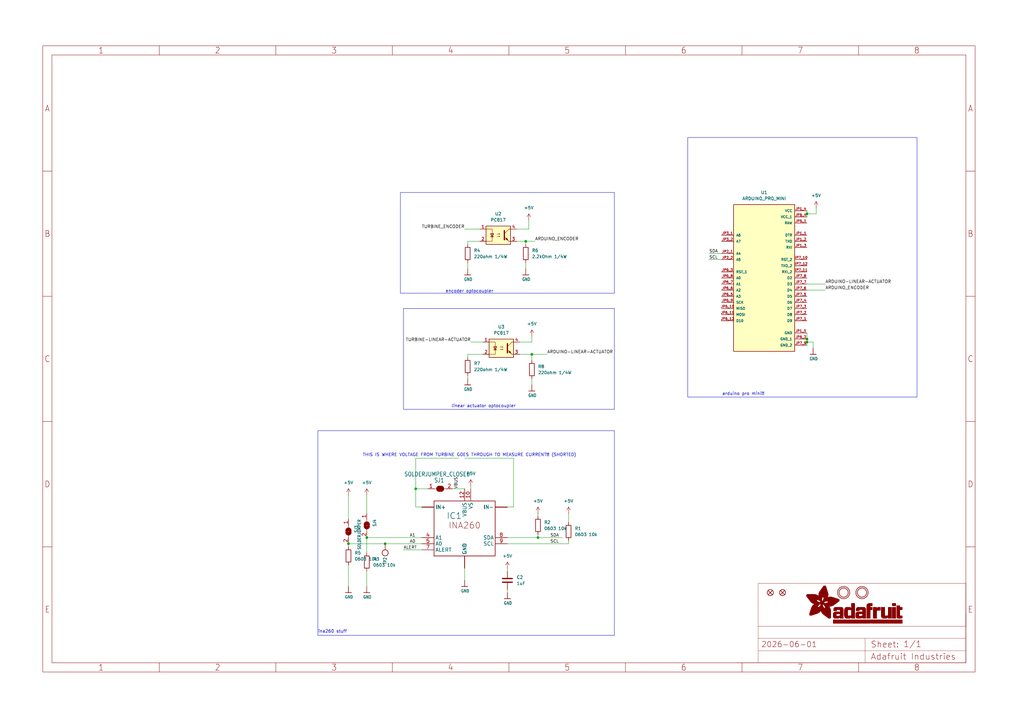
<source format=kicad_sch>
(kicad_sch (version 20250114) (generator "eeschema") (generator_version "9.0")
  (paper "User" 425.45 298.602)
  (lib_symbols
    (symbol "Device:C" (pin_numbers (hide yes)) (pin_names (offset 0.254))
      (property "Reference" "C" (at 0.635 2.54 0))
      (property "Value" "C" (at 0.635 -2.54 0))
      (symbol "C_1_1"
        (pin passive line (at 0 3.81 270) (length 2.794) (name "~") (number "1"))
        (pin passive line (at 0 -3.81 90) (length 2.794) (name "~") (number "2"))
      )
    )
    (symbol "Device:R" (pin_numbers (hide yes)) (pin_names (offset 0))
      (property "Reference" "R" (at 2.032 0 90))
      (property "Value" "R" (at 0 0 90))
      (symbol "R_1_1"
        (pin passive line (at 0 3.81 270) (length 1.27) (name "~") (number "1"))
        (pin passive line (at 0 -3.81 90) (length 1.27) (name "~") (number "2"))
      )
    )
    (symbol "Isolator:PC817" (pin_names (offset 1.016))
      (property "Reference" "U" (at -5.08 5.08 0))
      (property "Value" "PC817" (at 0 5.08 0))
      (symbol "PC817_1_1"
        (pin passive line (at -7.62 2.54 0) (length 2.54) (name "~") (number "1"))
        (pin passive line (at -7.62 -2.54 0) (length 2.54) (name "~") (number "2"))
        (pin passive line (at 7.62 2.54 180) (length 2.54) (name "~") (number "4"))
        (pin passive line (at 7.62 -2.54 180) (length 2.54) (name "~") (number "3"))
      )
    )
    (symbol "hswet26-eagle-import:FRAME_A3_ADAFRUIT"
      (symbol "FRAME_A3_ADAFRUIT_1_0"
        (text "A" (at 1.905 234.315 0) (effects (font (size 2.54 2.286))))
        (text "B" (at 1.905 182.245 0) (effects (font (size 2.54 2.286))))
        (text "C" (at 1.905 130.175 0) (effects (font (size 2.54 2.286))))
        (text "D" (at 1.905 78.105 0) (effects (font (size 2.54 2.286))))
        (text "E" (at 1.905 26.035 0) (effects (font (size 2.54 2.286))))
        (text "1" (at 24.2094 258.445 0) (effects (font (size 2.54 2.286))))
        (text "1" (at 24.2094 1.905 0) (effects (font (size 2.54 2.286))))
        (text "2" (at 72.6281 258.445 0) (effects (font (size 2.54 2.286))))
        (text "2" (at 72.6281 1.905 0) (effects (font (size 2.54 2.286))))
        (text "3" (at 121.0469 258.445 0) (effects (font (size 2.54 2.286))))
        (text "3" (at 121.0469 1.905 0) (effects (font (size 2.54 2.286))))
        (text "4" (at 169.4656 258.445 0) (effects (font (size 2.54 2.286))))
        (text "4" (at 169.4656 1.905 0) (effects (font (size 2.54 2.286))))
        (text "5" (at 217.8844 258.445 0) (effects (font (size 2.54 2.286))))
        (text "5" (at 217.8844 1.905 0) (effects (font (size 2.54 2.286))))
        (text "6" (at 266.3031 258.445 0) (effects (font (size 2.54 2.286))))
        (text "6" (at 266.3031 1.905 0) (effects (font (size 2.54 2.286))))
        (text "${PROJECTNAME}" (at 298.45 15.24 0) (effects (font (size 2.54 2.54)) (justify left bottom)))
        (text "${CURRENT_DATE}" (at 298.45 10.16 0) (effects (font (size 2.286 2.286)) (justify left bottom)))
        (text "7" (at 314.7219 258.445 0) (effects (font (size 2.54 2.286))))
        (text "7" (at 314.7219 1.905 0) (effects (font (size 2.54 2.286))))
        (text "Sheet:" (at 343.916 10.033 0) (effects (font (size 2.54 2.54)) (justify left bottom)))
        (text "Adafruit Industries" (at 343.916 4.953 0) (effects (font (size 2.54 2.54)) (justify left bottom)))
        (text "${#}/${##}" (at 357.505 10.16 0) (effects (font (size 2.54 2.54)) (justify left bottom)))
        (text "8" (at 363.1406 258.445 0) (effects (font (size 2.54 2.286))))
        (text "8" (at 363.1406 1.905 0) (effects (font (size 2.54 2.286))))
        (text "A" (at 385.445 234.315 0) (effects (font (size 2.54 2.286))))
        (text "B" (at 385.445 182.245 0) (effects (font (size 2.54 2.286))))
        (text "C" (at 385.445 130.175 0) (effects (font (size 2.54 2.286))))
        (text "D" (at 385.445 78.105 0) (effects (font (size 2.54 2.286))))
        (text "E" (at 385.445 26.035 0) (effects (font (size 2.54 2.286))))
      )
    )
    (symbol "hswet26-eagle-import:GND" (power)
      (symbol "GND_1_0"
        (pin power_in line (at 0 2.54 270) (length 2.54) (name "GND") (number "1"))
      )
    )
    (symbol "hswet26-eagle-import:INA260"
      (property "Reference" "IC" (at -12.7 12.7 0))
      (symbol "INA260_1_0"
        (text "INA260" (at 0 0 0) (effects (font (size 2.54 2.54))))
        (pin bidirectional line (at -17.78 7.62 0) (length 5.08) (name "IN+") (number "1"))
        (pin bidirectional line (at -17.78 7.62 0) (length 5.08) (name "IN+") (number "2"))
        (pin bidirectional line (at -17.78 7.62 0) (length 5.08) (name "IN+") (number "3"))
        (pin input line (at -17.78 -5.08 0) (length 5.08) (name "A1") (number "4"))
        (pin input line (at -17.78 -7.62 0) (length 5.08) (name "A0") (number "5"))
        (pin output line (at -17.78 -10.16 0) (length 5.08) (name "ALERT") (number "7"))
        (pin power_in line (at 0 15.24 270) (length 5.08) (name "VBUS") (number "12"))
        (pin power_in line (at 0 -17.78 90) (length 5.08) (name "GND") (number "11"))
        (pin power_in line (at 0 -17.78 90) (length 5.08) (name "GND") (number "13"))
        (pin power_in line (at 0 -17.78 90) (length 5.08) (name "GND") (number "6"))
        (pin power_in line (at 2.54 15.24 270) (length 5.08) (name "VS") (number "10"))
        (pin bidirectional line (at 17.78 7.62 180) (length 5.08) (name "IN-") (number "14"))
        (pin bidirectional line (at 17.78 7.62 180) (length 5.08) (name "IN-") (number "15"))
        (pin bidirectional line (at 17.78 7.62 180) (length 5.08) (name "IN-") (number "16"))
        (pin bidirectional line (at 17.78 -5.08 180) (length 5.08) (name "SDA") (number "8"))
        (pin bidirectional line (at 17.78 -7.62 180) (length 5.08) (name "SCL") (number "9"))
      )
    )
    (symbol "hswet26-eagle-import:MICROBUILDER_FIDUCIAL{dblquote}{dblquote}")
    (symbol "hswet26-eagle-import:MOUNTINGHOLE2.5")
    (symbol "hswet26-eagle-import:SOLDERJUMPER"
      (property "Reference" "SJ" (at -2.54 2.54 0))
      (symbol "SOLDERJUMPER_1_0"
        (pin passive line (at -5.08 0 0) (length 2.54) (name "1") (number "1"))
        (pin passive line (at 5.08 0 180) (length 2.54) (name "2") (number "2"))
      )
    )
    (symbol "hswet26-eagle-import:SOLDERJUMPER_CLOSED"
      (property "Reference" "SJ" (at -2.54 2.54 0))
      (symbol "SOLDERJUMPER_CLOSED_1_0"
        (pin passive line (at -5.08 0 0) (length 2.54) (name "1") (number "1"))
        (pin passive line (at 5.08 0 180) (length 2.54) (name "2") (number "2"))
      )
    )
    (symbol "hswet26-eagle-import:TESTPOINTROUND1.5MM"
      (property "Reference" "TP" (at 0 5.588 90))
      (symbol "TESTPOINTROUND1.5MM_1_0"
        (pin bidirectional line (at 0 0 90) (length 2.54) (name "P$1") (number "P$1"))
      )
    )
    (symbol "power:+5V" (power) (pin_numbers (hide yes)) (pin_names (offset 0) (hide yes))
      (property "Value" "+5V" (at 0 3.556 0))
      (symbol "+5V_1_1"
        (pin power_in line (at 0 0 90) (length 0) (name "~") (number "1"))
      )
    )
    (symbol "promini:ARDUINO_PRO_MINI" (pin_names (offset 1.016))
      (property "Reference" "U" (at -12.7 31.75 0))
      (property "Value" "ARDUINO_PRO_MINI" (at -12.7 -33.02 0))
      (symbol "ARDUINO_PRO_MINI_0_0"
        (pin input line (at -17.78 17.78 0) (length 5.08) (name "A6") (number "JP3_1"))
        (pin input line (at -17.78 15.24 0) (length 5.08) (name "A7") (number "JP3_2"))
        (pin bidirectional line (at -17.78 10.16 0) (length 5.08) (name "A4") (number "JP2_1"))
        (pin bidirectional line (at -17.78 7.62 0) (length 5.08) (name "A5") (number "JP2_2"))
        (pin input line (at -17.78 2.54 0) (length 5.08) (name "RST_1") (number "JP6_3"))
        (pin bidirectional line (at -17.78 0 0) (length 5.08) (name "A0") (number "JP6_8"))
        (pin bidirectional line (at -17.78 -2.54 0) (length 5.08) (name "A1") (number "JP6_7"))
        (pin bidirectional line (at -17.78 -5.08 0) (length 5.08) (name "A2") (number "JP6_6"))
        (pin bidirectional line (at -17.78 -7.62 0) (length 5.08) (name "A3") (number "JP6_5"))
        (pin bidirectional line (at -17.78 -10.16 0) (length 5.08) (name "SCK") (number "JP6_9"))
        (pin bidirectional line (at -17.78 -12.7 0) (length 5.08) (name "MISO") (number "JP6_10"))
        (pin bidirectional line (at -17.78 -15.24 0) (length 5.08) (name "MOSI") (number "JP6_11"))
        (pin bidirectional line (at -17.78 -17.78 0) (length 5.08) (name "D10") (number "JP6_12"))
        (pin power_in line (at 17.78 27.94 180) (length 5.08) (name "VCC") (number "JP1_4"))
        (pin power_in line (at 17.78 25.4 180) (length 5.08) (name "VCC_1") (number "JP6_4"))
        (pin power_in line (at 17.78 22.86 180) (length 5.08) (name "RAW") (number "JP6_1"))
        (pin input line (at 17.78 17.78 180) (length 5.08) (name "DTR") (number "JP1_1"))
        (pin bidirectional line (at 17.78 15.24 180) (length 5.08) (name "TXO") (number "JP1_2"))
        (pin bidirectional line (at 17.78 12.7 180) (length 5.08) (name "RXI") (number "JP1_3"))
        (pin input line (at 17.78 7.62 180) (length 5.08) (name "RST_2") (number "JP7_10"))
        (pin bidirectional line (at 17.78 5.08 180) (length 5.08) (name "TXO_2") (number "JP7_12"))
        (pin bidirectional line (at 17.78 2.54 180) (length 5.08) (name "RXI_2") (number "JP7_11"))
        (pin bidirectional line (at 17.78 0 180) (length 5.08) (name "D2") (number "JP7_8"))
        (pin bidirectional line (at 17.78 -2.54 180) (length 5.08) (name "D3") (number "JP7_7"))
        (pin bidirectional line (at 17.78 -5.08 180) (length 5.08) (name "D4") (number "JP7_6"))
        (pin bidirectional line (at 17.78 -7.62 180) (length 5.08) (name "D5") (number "JP7_5"))
        (pin bidirectional line (at 17.78 -10.16 180) (length 5.08) (name "D6") (number "JP7_4"))
        (pin bidirectional line (at 17.78 -12.7 180) (length 5.08) (name "D7") (number "JP7_3"))
        (pin bidirectional line (at 17.78 -15.24 180) (length 5.08) (name "D8") (number "JP7_2"))
        (pin bidirectional line (at 17.78 -17.78 180) (length 5.08) (name "D9") (number "JP7_1"))
        (pin power_in line (at 17.78 -22.86 180) (length 5.08) (name "GND") (number "JP1_5"))
        (pin power_in line (at 17.78 -22.86 180) (length 5.08) (hide yes) (name "GND") (number "JP1_6"))
        (pin power_in line (at 17.78 -25.4 180) (length 5.08) (name "GND_1") (number "JP6_2"))
        (pin power_in line (at 17.78 -27.94 180) (length 5.08) (name "GND_2") (number "JP7_9"))
      )
    )
  )
  (rectangle (start 167.64 128.27) (end 255.27 170.18))
  (rectangle (start 132.08 179.07) (end 255.27 264.16))
  (rectangle (start 166.37 80.01) (end 255.27 121.92))
  (rectangle (start 285.75 57.15) (end 381 165.1))
  (text "ina260 stuff\n" (at 138.176 262.636 0) (effects (font (size 1.27 1.27))))
  (text "THIS IS WHERE VOLTAGE FROM TURBINE GOES THROUGH TO MEASURE CURRENT!! (SHORTED)" (at 195.072 189.23 0) (effects (font (size 1.27 1.27))))
  (text "encoder optocoupler" (at 195.072 121.158 0) (effects (font (size 1.27 1.27))))
  (text "linear actuator optocoupler" (at 200.914 168.91 0) (effects (font (size 1.27 1.27))))
  (text "arduino pro mini!!" (at 308.864 163.83 0) (effects (font (size 1.27 1.27))))
  (junction (at 152.4 223.52))
  (junction (at 335.28 140.97))
  (junction (at 220.98 147.32))
  (junction (at 144.78 226.06))
  (junction (at 223.52 223.52))
  (junction (at 335.28 142.24))
  (junction (at 335.28 88.9))
  (junction (at 160.02 226.06))
  (junction (at 172.72 203.2))
  (junction (at 218.44 100.33))
  (wire (pts (xy 193.04 190.5) (xy 213.36 190.5)) (stroke (width 0.1524)))
  (wire (pts (xy 172.72 203.2) (xy 172.72 190.5)) (stroke (width 0.1524)))
  (wire (pts (xy 223.52 222.25) (xy 223.52 223.52)))
  (wire (pts (xy 219.71 95.25) (xy 219.71 91.44)))
  (wire (pts (xy 294.64 107.95) (xy 299.72 107.95)))
  (wire (pts (xy 152.4 223.52) (xy 152.4 229.87)) (stroke (width 0.1524)))
  (wire (pts (xy 175.26 228.6) (xy 167.64 228.6)) (stroke (width 0.1524)))
  (wire (pts (xy 236.22 224.79) (xy 236.22 226.06)))
  (wire (pts (xy 194.31 109.22) (xy 194.31 111.76)))
  (wire (pts (xy 200.66 147.32) (xy 194.31 147.32)))
  (wire (pts (xy 335.28 140.97) (xy 335.28 142.24)))
  (wire (pts (xy 160.02 226.06) (xy 144.78 226.06)) (stroke (width 0.1524)))
  (wire (pts (xy 193.04 95.25) (xy 199.39 95.25)))
  (wire (pts (xy 339.09 88.9) (xy 335.28 88.9)))
  (wire (pts (xy 218.44 100.33) (xy 218.44 101.6)))
  (wire (pts (xy 220.98 147.32) (xy 227.33 147.32)))
  (wire (pts (xy 220.98 157.48) (xy 220.98 160.02)))
  (wire (pts (xy 210.82 223.52) (xy 223.52 223.52)) (stroke (width 0.1524)))
  (wire (pts (xy 335.28 120.65) (xy 342.9 120.65)))
  (wire (pts (xy 220.98 147.32) (xy 220.98 149.86)))
  (wire (pts (xy 193.04 236.22) (xy 193.04 241.3)) (stroke (width 0.1524)))
  (wire (pts (xy 335.28 87.63) (xy 335.28 88.9)))
  (wire (pts (xy 236.22 213.36) (xy 236.22 217.17)) (stroke (width 0.1524)))
  (wire (pts (xy 175.26 210.82) (xy 172.72 210.82)) (stroke (width 0.1524)))
  (wire (pts (xy 335.28 118.11) (xy 342.9 118.11)))
  (wire (pts (xy 144.78 226.06) (xy 144.78 227.33)))
  (wire (pts (xy 294.64 105.41) (xy 299.72 105.41)))
  (wire (pts (xy 223.52 213.36) (xy 223.52 214.63)))
  (wire (pts (xy 144.78 234.95) (xy 144.78 243.84)))
  (wire (pts (xy 152.4 205.74) (xy 152.4 213.36)) (stroke (width 0.1524)))
  (wire (pts (xy 195.58 142.24) (xy 200.66 142.24)))
  (wire (pts (xy 199.39 100.33) (xy 194.31 100.33)))
  (wire (pts (xy 175.26 226.06) (xy 160.02 226.06)) (stroke (width 0.1524)))
  (wire (pts (xy 218.44 100.33) (xy 222.25 100.33)))
  (wire (pts (xy 335.28 138.43) (xy 335.28 140.97)))
  (wire (pts (xy 194.31 100.33) (xy 194.31 101.6)))
  (wire (pts (xy 152.4 237.49) (xy 152.4 243.84)) (stroke (width 0.1524)))
  (wire (pts (xy 335.28 88.9) (xy 335.28 90.17)))
  (wire (pts (xy 220.98 142.24) (xy 220.98 139.7)))
  (wire (pts (xy 213.36 210.82) (xy 213.36 190.5)) (stroke (width 0.1524)))
  (wire (pts (xy 177.8 203.2) (xy 172.72 203.2)) (stroke (width 0.1524)))
  (wire (pts (xy 152.4 223.52) (xy 175.26 223.52)) (stroke (width 0.1524)))
  (wire (pts (xy 210.82 245.11) (xy 210.82 246.38)))
  (wire (pts (xy 214.63 100.33) (xy 218.44 100.33)))
  (wire (pts (xy 144.78 205.74) (xy 144.78 215.9)) (stroke (width 0.1524)))
  (wire (pts (xy 210.82 236.22) (xy 210.82 237.49)))
  (wire (pts (xy 223.52 223.52) (xy 233.68 223.52)) (stroke (width 0.1524)))
  (wire (pts (xy 337.82 142.24) (xy 335.28 142.24)))
  (wire (pts (xy 190.5 190.5) (xy 172.72 190.5)) (stroke (width 0.1524)))
  (wire (pts (xy 215.9 147.32) (xy 220.98 147.32)))
  (wire (pts (xy 210.82 226.06) (xy 236.22 226.06)) (stroke (width 0.1524)))
  (wire (pts (xy 339.09 86.36) (xy 339.09 88.9)))
  (wire (pts (xy 214.63 95.25) (xy 219.71 95.25)))
  (wire (pts (xy 218.44 109.22) (xy 218.44 111.76)))
  (wire (pts (xy 210.82 210.82) (xy 213.36 210.82)) (stroke (width 0.1524)))
  (wire (pts (xy 172.72 210.82) (xy 172.72 203.2)) (stroke (width 0.1524)))
  (wire (pts (xy 215.9 142.24) (xy 220.98 142.24)))
  (wire (pts (xy 193.04 203.2) (xy 187.96 203.2)) (stroke (width 0.1524)))
  (wire (pts (xy 337.82 144.78) (xy 337.82 142.24)))
  (wire (pts (xy 194.31 147.32) (xy 194.31 148.59)))
  (wire (pts (xy 195.58 201.93) (xy 195.58 203.2)))
  (wire (pts (xy 194.31 156.21) (xy 194.31 157.48)))
  (wire (pts (xy 335.28 142.24) (xy 335.28 143.51)))
  (label "ARDUINO-LINEAR-ACTUATOR" (at 227.33 147.32 0))
  (label "A1" (at 170.18 223.52 0) (effects (font (size 1.2446 1.2446))))
  (label "SDA" (at 294.64 105.41 0) (effects (font (size 1.2446 1.2446))))
  (label "ALERT" (at 167.64 228.6 0) (effects (font (size 1.2446 1.2446))))
  (label "TURBINE-LINEAR-ACTUATOR" (at 195.58 142.24 180))
  (label "ARDUINO_ENCODER" (at 342.9 120.65 0))
  (label "ARDUINO_ENCODER" (at 222.25 100.33 0))
  (label "A0" (at 170.18 226.06 0) (effects (font (size 1.2446 1.2446))))
  (label "SCL" (at 228.6 226.06 0) (effects (font (size 1.2446 1.2446))))
  (label "VBUS" (at 190.5 203.2 90) (effects (font (size 1.2446 1.2446))))
  (label "TURBINE_ENCODER" (at 193.04 95.25 180))
  (label "ARDUINO-LINEAR-ACTUATOR" (at 342.9 118.11 0))
  (label "SDA" (at 228.6 223.52 0) (effects (font (size 1.2446 1.2446))))
  (label "SCL" (at 294.64 107.95 0) (effects (font (size 1.2446 1.2446))))
  (symbol (lib_id "hswet26-eagle-import:SOLDERJUMPER") (at 144.78 220.98 270) (unit 1)
    (property "Reference" "SJ3" (at 147.32 218.44 0) (effects (font (size 1.27 1.0795)) (justify left bottom)))
    (property "Value" "SOLDERJUMPER" (effects (hide yes)))
    (property "Footprint" "hswet26:SOLDERJUMPER_ARROW_NOPASTE" (effects (hide yes)))
  )
  (symbol (lib_id "Device:R") (at 144.78 231.14 0) (unit 1)
    (property "Reference" "R5" (at 147.32 229.8699 0) (effects (justify left)))
    (property "Value" "0603 10k" (at 147.32 232.4099 0) (effects (justify left)))
    (property "Footprint" "Resistor_SMD:R_0603_1608Metric" (effects (hide yes)))
    (property "Description" "Resistor" (effects (hide yes)))
  )
  (symbol (lib_id "power:+5V") (at 152.4 205.74 0) (unit 1)
    (property "Reference" "#PWR05" (effects (hide yes)))
    (property "Value" "+5V" (at 152.4 200.66 0))
    (property "Description" "Power symbol creates a global label with name \"+5V\"" (effects (hide yes)))
  )
  (symbol (lib_id "Device:R") (at 236.22 220.98 0) (unit 1)
    (property "Reference" "R1" (at 238.76 219.7099 0) (effects (justify left)))
    (property "Value" "0603 10k" (at 238.76 222.2499 0) (effects (justify left)))
    (property "Footprint" "Resistor_SMD:R_0603_1608Metric" (effects (hide yes)))
    (property "Description" "Resistor" (effects (hide yes)))
  )
  (symbol (lib_id "Device:R") (at 223.52 218.44 0) (unit 1)
    (property "Reference" "R2" (at 226.06 217.1699 0) (effects (justify left)))
    (property "Value" "0603 10k" (at 226.06 219.7099 0) (effects (justify left)))
    (property "Footprint" "Resistor_SMD:R_0603_1608Metric" (effects (hide yes)))
    (property "Description" "Resistor" (effects (hide yes)))
  )
  (symbol (lib_id "Device:R") (at 152.4 233.68 0) (unit 1)
    (property "Reference" "R3" (at 154.94 232.4099 0) (effects (justify left)))
    (property "Value" "0603 10k" (at 154.94 234.9499 0) (effects (justify left)))
    (property "Footprint" "Resistor_SMD:R_0603_1608Metric" (effects (hide yes)))
    (property "Description" "Resistor" (effects (hide yes)))
  )
  (symbol (lib_id "hswet26-eagle-import:GND") (at 210.82 248.92 0) (unit 1)
    (property "Reference" "#U$4" (effects (hide yes)))
    (property "Value" "GND" (at 209.296 251.46 0) (effects (font (size 1.27 1.0795)) (justify left bottom)))
  )
  (symbol (lib_id "Device:R") (at 220.98 153.67 180) (unit 1)
    (property "Reference" "R8" (at 223.52 152.3999 0) (effects (justify right)))
    (property "Value" "220ohm 1/4W" (at 223.52 154.9399 0) (effects (justify right)))
    (property "Footprint" "Resistor_THT:R_Axial_DIN0207_L6.3mm_D2.5mm_P10.16mm_Horizontal" (effects (hide yes)))
    (property "Description" "Resistor" (effects (hide yes)))
  )
  (symbol (lib_id "hswet26-eagle-import:MICROBUILDER_FIDUCIAL{dblquote}{dblquote}") (at 320.04 246.38 0) (unit 1)
    (property "Reference" "FID3" (effects (hide yes)))
    (property "Value" "MICROBUILDER_FIDUCIAL{dblquote}{dblquote}" (effects (hide yes)))
    (property "Footprint" "hswet26:MICROBUILDER_FIDUCIAL_1MM" (effects (hide yes)))
  )
  (symbol (lib_id "Device:R") (at 194.31 105.41 180) (unit 1)
    (property "Reference" "R4" (at 196.85 104.1399 0) (effects (justify right)))
    (property "Value" "220ohm 1/4W" (at 196.85 106.6799 0) (effects (justify right)))
    (property "Footprint" "Resistor_THT:R_Axial_DIN0207_L6.3mm_D2.5mm_P10.16mm_Horizontal" (effects (hide yes)))
    (property "Description" "Resistor" (effects (hide yes)))
  )
  (symbol (lib_id "hswet26-eagle-import:MOUNTINGHOLE2.5") (at 350.52 246.38 0) (unit 1)
    (property "Reference" "U$7" (effects (hide yes)))
    (property "Value" "MOUNTINGHOLE2.5" (effects (hide yes)))
    (property "Footprint" "hswet26:MOUNTINGHOLE_2.5_PLATED" (effects (hide yes)))
  )
  (symbol (lib_id "hswet26-eagle-import:GND") (at 337.82 147.32 0) (unit 1)
    (property "Reference" "#U$01" (effects (hide yes)))
    (property "Value" "GND" (at 336.296 149.86 0) (effects (font (size 1.27 1.0795)) (justify left bottom)))
  )
  (symbol (lib_id "power:+5V") (at 144.78 205.74 0) (unit 1)
    (property "Reference" "#PWR04" (effects (hide yes)))
    (property "Value" "+5V" (at 144.78 200.66 0))
    (property "Description" "Power symbol creates a global label with name \"+5V\"" (effects (hide yes)))
  )
  (symbol (lib_id "hswet26-eagle-import:SOLDERJUMPER_CLOSED") (at 182.88 203.2 0) (unit 1)
    (property "Reference" "SJ1" (at 180.34 200.66 0) (effects (font (size 1.778 1.5113)) (justify left bottom)))
    (property "Value" "SOLDERJUMPER_CLOSED" (at 167.894 198.12 0) (effects (font (size 1.778 1.5113)) (justify left bottom)))
    (property "Footprint" "hswet26:SOLDERJUMPER_CLOSEDWIRE" (effects (hide yes)))
  )
  (symbol (lib_id "power:+5V") (at 223.52 213.36 0) (unit 1)
    (property "Reference" "#PWR01" (effects (hide yes)))
    (property "Value" "+5V" (at 223.52 208.28 0))
    (property "Description" "Power symbol creates a global label with name \"+5V\"" (effects (hide yes)))
  )
  (symbol (lib_id "Device:R") (at 194.31 152.4 180) (unit 1)
    (property "Reference" "R7" (at 196.85 151.1299 0) (effects (justify right)))
    (property "Value" "220ohm 1/4W" (at 196.85 153.6699 0) (effects (justify right)))
    (property "Footprint" "Resistor_THT:R_Axial_DIN0207_L6.3mm_D2.5mm_P10.16mm_Horizontal" (effects (hide yes)))
    (property "Description" "Resistor" (effects (hide yes)))
  )
  (symbol (lib_id "hswet26-eagle-import:GND") (at 193.04 243.84 0) (unit 1)
    (property "Reference" "#U$3" (effects (hide yes)))
    (property "Value" "GND" (at 191.516 246.38 0) (effects (font (size 1.27 1.0795)) (justify left bottom)))
  )
  (symbol (lib_id "hswet26-eagle-import:MOUNTINGHOLE2.5") (at 358.14 246.38 0) (unit 1)
    (property "Reference" "U$8" (effects (hide yes)))
    (property "Value" "MOUNTINGHOLE2.5" (effects (hide yes)))
    (property "Footprint" "hswet26:MOUNTINGHOLE_2.5_PLATED" (effects (hide yes)))
  )
  (symbol (lib_id "Isolator:PC817") (at 208.28 144.78 0) (unit 1)
    (property "Reference" "U3" (at 208.28 135.89 0))
    (property "Value" "PC817" (at 208.28 138.43 0))
    (property "Footprint" "Package_DIP:DIP-4_W7.62mm" (effects (hide yes)))
    (property "Datasheet" "http://www.soselectronic.cz/a_info/resource/d/pc817.pdf" (effects (hide yes)))
    (property "Description" "DC Optocoupler, Vce 35V, CTR 50-300%, DIP-4" (effects (hide yes)))
  )
  (symbol (lib_id "hswet26-eagle-import:FRAME_A3_ADAFRUIT") (at 17.78 279.4 0) (unit 1)
    (property "Reference" "#U$10" (effects (hide yes)))
    (property "Value" "FRAME_A3_ADAFRUIT" (effects (hide yes)))
  )
  (symbol (lib_id "power:+5V") (at 236.22 213.36 0) (unit 1)
    (property "Reference" "#PWR02" (effects (hide yes)))
    (property "Value" "+5V" (at 236.22 208.28 0))
    (property "Description" "Power symbol creates a global label with name \"+5V\"" (effects (hide yes)))
  )
  (symbol (lib_id "hswet26-eagle-import:GND") (at 152.4 246.38 0) (unit 1)
    (property "Reference" "#U$5" (effects (hide yes)))
    (property "Value" "GND" (at 150.876 248.92 0) (effects (font (size 1.27 1.0795)) (justify left bottom)))
  )
  (symbol (lib_id "power:+5V") (at 210.82 236.22 0) (unit 1)
    (property "Reference" "#PWR03" (effects (hide yes)))
    (property "Value" "+5V" (at 210.82 231.14 0))
    (property "Description" "Power symbol creates a global label with name \"+5V\"" (effects (hide yes)))
  )
  (symbol (lib_id "power:+5V") (at 220.98 139.7 0) (unit 1)
    (property "Reference" "#PWR09" (effects (hide yes)))
    (property "Value" "+5V" (at 220.98 134.62 0))
    (property "Description" "Power symbol creates a global label with name \"+5V\"" (effects (hide yes)))
  )
  (symbol (lib_id "power:+5V") (at 195.58 201.93 0) (unit 1)
    (property "Reference" "#PWR06" (effects (hide yes)))
    (property "Value" "+5V" (at 195.58 196.85 0))
    (property "Description" "Power symbol creates a global label with name \"+5V\"" (effects (hide yes)))
  )
  (symbol (lib_id "hswet26-eagle-import:TESTPOINTROUND1.5MM") (at 160.02 226.06 180) (unit 1)
    (property "Reference" "TP2" (at 160.02 231.648 90) (effects (font (size 1.27 1.0795)) (justify left)))
    (property "Value" "TESTPOINTROUND1.5MM" (effects (hide yes)))
    (property "Footprint" "hswet26:TESTPOINT_ROUND_1.5MM" (effects (hide yes)))
  )
  (symbol (lib_id "hswet26-eagle-import:GND") (at 194.31 114.3 0) (unit 1)
    (property "Reference" "#U$06" (effects (hide yes)))
    (property "Value" "GND" (at 192.786 116.84 0) (effects (font (size 1.27 1.0795)) (justify left bottom)))
  )
  (symbol (lib_id "hswet26-eagle-import:GND") (at 220.98 162.56 0) (unit 1)
    (property "Reference" "#U$09" (effects (hide yes)))
    (property "Value" "GND" (at 219.456 165.1 0) (effects (font (size 1.27 1.0795)) (justify left bottom)))
  )
  (symbol (lib_id "promini:ARDUINO_PRO_MINI") (at 317.5 115.57 0) (unit 1)
    (property "Reference" "U1" (at 317.5 80.01 0))
    (property "Value" "ARDUINO_PRO_MINI" (at 317.5 82.55 0))
    (property "Footprint" "arduino-promini:MODULE_ARDUINO_PRO_MINI" (effects (hide yes)))
    (property "MF" "Arduino" (effects (hide yes)))
    (property "MAXIMUM_PACKAGE_HEIGHT" "N/A" (effects (hide yes)))
    (property "Package" "None" (effects (hide yes)))
    (property "Price" "None" (effects (hide yes)))
    (property "Check_prices" "https://www.snapeda.com/parts/Arduino%20Pro%20Mini/Arduino/view-part/?ref=eda" (effects (hide yes)))
    (property "STANDARD" "Manufacturer Recommendations" (effects (hide yes)))
    (property "PARTREV" "N/A" (effects (hide yes)))
    (property "SnapEDA_Link" "https://www.snapeda.com/parts/Arduino%20Pro%20Mini/Arduino/view-part/?ref=snap" (effects (hide yes)))
    (property "MP" "Arduino Pro Mini" (effects (hide yes)))
    (property "Description_1" "This board was developed for applications and installations where space is premium and projects are made as permanent set ups. Small, available in 3.3 V and 5 V versions, powered by ATmega328P." (effects (hide yes)))
    (property "Availability" "Not in stock" (effects (hide yes)))
    (property "MANUFACTURER" "SparkFun Electronics" (effects (hide yes)))
  )
  (symbol (lib_id "hswet26-eagle-import:MICROBUILDER_FIDUCIAL{dblquote}{dblquote}") (at 325.12 246.38 0) (unit 1)
    (property "Reference" "FID4" (effects (hide yes)))
    (property "Value" "MICROBUILDER_FIDUCIAL{dblquote}{dblquote}" (effects (hide yes)))
    (property "Footprint" "hswet26:MICROBUILDER_FIDUCIAL_1MM" (effects (hide yes)))
  )
  (symbol (lib_id "hswet26-eagle-import:GND") (at 144.78 246.38 0) (unit 1)
    (property "Reference" "#U$2" (effects (hide yes)))
    (property "Value" "GND" (at 143.256 248.92 0) (effects (font (size 1.27 1.0795)) (justify left bottom)))
  )
  (symbol (lib_id "Device:R") (at 218.44 105.41 180) (unit 1)
    (property "Reference" "R6" (at 220.98 104.1399 0) (effects (justify right)))
    (property "Value" "2.2kOhm 1/4W" (at 220.98 106.6799 0) (effects (justify right)))
    (property "Footprint" "Resistor_THT:R_Axial_DIN0207_L6.3mm_D2.5mm_P10.16mm_Horizontal" (effects (hide yes)))
    (property "Description" "Resistor" (effects (hide yes)))
  )
  (symbol (lib_id "power:+5V") (at 339.09 86.36 0) (unit 1)
    (property "Reference" "#PWR08" (effects (hide yes)))
    (property "Value" "+5V" (at 339.09 81.28 0))
    (property "Description" "Power symbol creates a global label with name \"+5V\"" (effects (hide yes)))
  )
  (symbol (lib_id "Isolator:PC817") (at 207.01 97.79 0) (unit 1)
    (property "Reference" "U2" (at 207.01 88.9 0))
    (property "Value" "PC817" (at 207.01 91.44 0))
    (property "Footprint" "Package_DIP:DIP-4_W7.62mm" (effects (hide yes)))
    (property "Datasheet" "http://www.soselectronic.cz/a_info/resource/d/pc817.pdf" (effects (hide yes)))
    (property "Description" "DC Optocoupler, Vce 35V, CTR 50-300%, DIP-4" (effects (hide yes)))
  )
  (symbol (lib_id "hswet26-eagle-import:GND") (at 194.31 160.02 0) (unit 1)
    (property "Reference" "#U$08" (effects (hide yes)))
    (property "Value" "GND" (at 192.786 162.56 0) (effects (font (size 1.27 1.0795)) (justify left bottom)))
  )
  (symbol (lib_id "Device:C") (at 210.82 241.3 0) (unit 1)
    (property "Reference" "C2" (at 214.63 240.0299 0) (effects (justify left)))
    (property "Value" "1uF" (at 214.63 242.5699 0) (effects (justify left)))
    (property "Footprint" "Capacitor_SMD:C_0603_1608Metric" (effects (hide yes)))
    (property "Description" "Unpolarized capacitor" (effects (hide yes)))
  )
  (symbol (lib_id "hswet26-eagle-import:GND") (at 218.44 114.3 0) (unit 1)
    (property "Reference" "#U$07" (effects (hide yes)))
    (property "Value" "GND" (at 216.916 116.84 0) (effects (font (size 1.27 1.0795)) (justify left bottom)))
  )
  (symbol (lib_id "hswet26-eagle-import:SOLDERJUMPER") (at 152.4 218.44 270) (unit 1)
    (property "Reference" "SJ4" (at 154.94 215.9 0) (effects (font (size 1.27 1.0795)) (justify left bottom)))
    (property "Value" "SOLDERJUMPER" (at 148.59 215.9 0) (effects (font (size 1.27 1.0795)) (justify left bottom)))
    (property "Footprint" "hswet26:SOLDERJUMPER_ARROW_NOPASTE" (effects (hide yes)))
  )
  (symbol (lib_id "hswet26-eagle-import:INA260") (at 193.04 218.44 0) (unit 1)
    (property "Reference" "IC1" (at 185.42 215.9 0) (effects (font (size 2.54 2.54)) (justify left bottom)))
    (property "Value" "INA260" (effects (hide yes)))
    (property "Footprint" "ina260:SOP65P640X120-16N" (effects (hide yes)))
  )
  (symbol (lib_id "power:+5V") (at 219.71 91.44 0) (unit 1)
    (property "Reference" "#PWR07" (effects (hide yes)))
    (property "Value" "+5V" (at 219.71 86.36 0))
    (property "Description" "Power symbol creates a global label with name \"+5V\"" (effects (hide yes)))
  )
)
</source>
